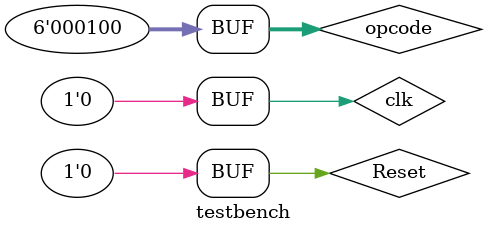
<source format=v>
`timescale 1ns / 1ps
module CtrlUnit ( input clk, input Reset, input [5:0] opcode, output reg RegDst, output reg RegWrite, output reg
PCWriteCond, output reg PCWrite, output reg IorD, output reg MemRead, output reg MemWrite, output reg
MemtoReg, output reg IRWrite, output reg ALUSrcA, output reg [1:0] PCSource, output reg [1:0] ALUSrcB, output
reg [1:0] ALUop);

reg [3:0] currstate;
reg [5:0] opcodereg;
begin
always@(negedge clk)
	
	 
		if(Reset)
			begin
				currstate =  3'b000;
				RegDst=0;
				RegWrite = 0;
				PCWriteCond = 0;
				PCWrite = 0;
				IorD = 0;
				MemRead = 0;
				MemWrite = 0;
				MemtoReg = 0;
				IRWrite = 0;
				ALUSrcA = 0;
				PCSource = 0;
				ALUSrcB = 0;
				ALUop = 0;
			end
		else
			begin
				if(currstate == 3'b000)
					begin
						opcodereg = opcode;
						
						RegDst=0;
						RegWrite = 0;
						PCWriteCond = 0;
						PCWrite = 1;
						IorD = 0;
						MemRead = 1;
						MemWrite = 0;
						MemtoReg = 0;
						IRWrite = 1;
						ALUSrcA = 0;
						PCSource = 0;
						ALUSrcB = 1;
						ALUop = 0;
						currstate = 3'b001;
					end
				
				else if(currstate == 3'b001)
					begin
						PCWrite = 0;
						MemRead = 0;
						IRWrite = 0;
						ALUSrcB = 2'd3;
						currstate = 3'b010;
					end
				
				else if(currstate == 3'b010)
					begin
						if(opcode == 6'd0)
							begin
								ALUSrcA = 1;
								ALUop = 2'd2;
								ALUSrcB = 0;
								currstate = 3'b011;
							end
						else if(opcode==6'd4)
							begin
								PCSource = 1;
								PCWriteCond = 1;
								ALUSrcA = 1;
								ALUop = 2'd1;
								ALUSrcB = 0;
								currstate = 3'b000;
							end
						else if(opcode == 6'd2)
							begin
								PCWrite = 1;
								PCSource = 2'd2;
								currstate = 3'b000;
							end
						else if(opcode == (6'b010111 ||  6'b101011))
							begin
								ALUSrcA = 2'd1;
								ALUSrcB = 2'd2;
								currstate= 3'b011;
							end
							
					
					end //end of else if currstate = 3'b010
				
				else if(currstate == 3'b011)
					begin
						if(opcode == 6'd0)
							begin
								RegDst = 1;
								RegWrite = 1;
								currstate = 3'b000;
							end
						else if(opcode == 6'b101011)
							begin
								IorD = 1;
								MemWrite = 1;
								currstate = 3'b000;
							end
						else if(opcode == 6'b010111)
							begin
								IorD = 1;
								MemRead = 1;
								currstate = 3'b100;
							end
							
					end //end of currstate = 3'b011
				else if(currstate==3'b100)
					begin
						RegWrite = 1;
						MemtoReg = 1;
						currstate = 3'b000;
					end
			end

	end
endmodule


module testbench;

reg clk,Reset;
reg [5:0] opcode;
wire  RegDst,RegWrite,PCWriteCond,PCWrite,IorD,MemRead,MemWrite,MemtoReg,IRWrite,ALUSrcA;
wire [1:0] ALUSrcB,PCSource,ALUop;


CtrlUnit c1(clk,Reset,opcode,RegDst,RegWrite,PCWriteCond,PCWrite,IorD,MemRead,MemWrite,MemtoReg,
IRWrite,ALUSrcA,PCSource,ALUSrcB, ALUop);

initial 
	begin
	$monitor($time,"clk = %b ,Reset = %b ,opcode = %b,RegDst = %b ,RegWrite = %b ,PCWriteCond = %b ,PCWrite = %b ,IorD = %b ,MemRead = %b ,MemWrite = %b ,MemtoReg = %b ,IRWrite = %b ,ALUSrcA = %b ,PCSource = %d ,ALUSrcB = %d ,ALUop = %d",clk,Reset,opcode,RegDst,RegWrite,PCWriteCond,PCWrite,IorD,MemRead,MemWrite,MemtoReg,
IRWrite,ALUSrcA,PCSource,ALUSrcB, ALUop);
	clk =0;
	end

initial 
repeat(12)
	begin
	#1 clk=~clk;
	end

initial 
begin
#1 Reset = 1'b1;
#3 Reset = 1'b0;opcode = 6'd4;
end
 
endmodule











</source>
